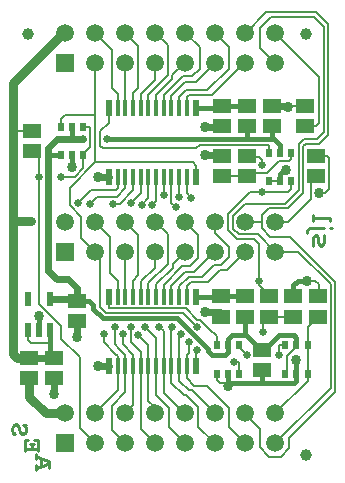
<source format=gbl>
G75*
%MOIN*%
%OFA0B0*%
%FSLAX24Y24*%
%IPPOS*%
%LPD*%
%AMOC8*
5,1,8,0,0,1.08239X$1,22.5*
%
%ADD10R,0.0591X0.0591*%
%ADD11C,0.0591*%
%ADD12R,0.0236X0.0531*%
%ADD13R,0.0157X0.0531*%
%ADD14R,0.0217X0.0472*%
%ADD15R,0.0591X0.0512*%
%ADD16R,0.0217X0.0315*%
%ADD17C,0.0394*%
%ADD18C,0.0100*%
%ADD19C,0.0098*%
%ADD20C,0.0337*%
%ADD21C,0.0236*%
%ADD22C,0.0157*%
%ADD23C,0.0079*%
%ADD24C,0.0258*%
%ADD25C,0.0315*%
D10*
X002370Y002786D03*
X002370Y009164D03*
X002370Y015463D03*
D11*
X002370Y016463D03*
X003370Y016463D03*
X003370Y015463D03*
X004370Y015463D03*
X004370Y016463D03*
X005370Y016463D03*
X005370Y015463D03*
X006370Y015463D03*
X006370Y016463D03*
X007370Y016463D03*
X007370Y015463D03*
X008370Y015463D03*
X008370Y016463D03*
X009370Y016463D03*
X009370Y015463D03*
X009370Y010164D03*
X009370Y009164D03*
X008370Y009164D03*
X008370Y010164D03*
X007370Y010164D03*
X007370Y009164D03*
X006370Y009164D03*
X006370Y010164D03*
X005370Y010164D03*
X005370Y009164D03*
X004370Y009164D03*
X004370Y010164D03*
X003370Y010164D03*
X003370Y009164D03*
X002370Y010164D03*
X002370Y003786D03*
X003370Y003786D03*
X003370Y002786D03*
X004370Y002786D03*
X004370Y003786D03*
X005370Y003786D03*
X005370Y002786D03*
X006370Y002786D03*
X006370Y003786D03*
X007370Y003786D03*
X007370Y002786D03*
X008370Y002786D03*
X008370Y003786D03*
X009370Y003786D03*
X009370Y002786D03*
D12*
X006726Y005363D03*
X006726Y007666D03*
X006726Y011662D03*
X006726Y013965D03*
X003833Y013965D03*
X003833Y011662D03*
X003833Y007666D03*
X003833Y005363D03*
D13*
X004128Y005363D03*
X004384Y005363D03*
X004640Y005363D03*
X004896Y005363D03*
X005152Y005363D03*
X005407Y005363D03*
X005663Y005363D03*
X005919Y005363D03*
X006175Y005363D03*
X006431Y005363D03*
X006431Y007666D03*
X006175Y007666D03*
X005919Y007666D03*
X005663Y007666D03*
X005407Y007666D03*
X005152Y007666D03*
X004896Y007666D03*
X004640Y007666D03*
X004384Y007666D03*
X004128Y007666D03*
X004128Y011662D03*
X004384Y011662D03*
X004640Y011662D03*
X004896Y011662D03*
X005152Y011662D03*
X005407Y011662D03*
X005663Y011662D03*
X005919Y011662D03*
X006175Y011662D03*
X006431Y011662D03*
X006431Y013965D03*
X006175Y013965D03*
X005919Y013965D03*
X005663Y013965D03*
X005407Y013965D03*
X005152Y013965D03*
X004896Y013965D03*
X004640Y013965D03*
X004384Y013965D03*
X004128Y013965D03*
D14*
X001874Y007578D03*
X001874Y006554D03*
X001500Y006554D03*
X001126Y006554D03*
X001126Y007578D03*
D15*
X001185Y005629D03*
X001185Y004959D03*
X002012Y004959D03*
X002012Y005629D03*
X002760Y006849D03*
X002760Y007518D03*
X001264Y012518D03*
X001264Y013188D03*
X007602Y013345D03*
X007602Y014015D03*
X008429Y014015D03*
X008429Y013345D03*
X008429Y012361D03*
X008429Y011692D03*
X007602Y011692D03*
X007602Y012361D03*
X009256Y013345D03*
X009256Y014015D03*
X010358Y014015D03*
X010358Y013345D03*
X010752Y012361D03*
X010752Y011692D03*
X010791Y007676D03*
X010791Y007007D03*
X009984Y007007D03*
X009984Y007676D03*
X009177Y007676D03*
X009177Y007007D03*
X008941Y005904D03*
X008941Y005235D03*
X008370Y007007D03*
X008370Y007676D03*
X007563Y007676D03*
X007563Y007007D03*
D16*
X007425Y006042D03*
X007799Y006042D03*
X008173Y006042D03*
X008173Y005097D03*
X007799Y005097D03*
X007425Y005097D03*
X009709Y005097D03*
X010083Y005097D03*
X010457Y005097D03*
X010457Y006042D03*
X010083Y006042D03*
X009709Y006042D03*
X009531Y011515D03*
X009157Y011515D03*
X009157Y012459D03*
X009531Y012459D03*
X009906Y012459D03*
X009906Y011515D03*
X002976Y012381D03*
X002602Y012381D03*
X002228Y012381D03*
X002228Y013326D03*
X002602Y013326D03*
X002976Y013326D03*
D17*
X001146Y016436D03*
X010398Y016436D03*
X010398Y002381D03*
D18*
X010628Y009365D02*
X010628Y009645D01*
X010721Y009738D01*
X010814Y009645D01*
X010814Y009458D01*
X010908Y009365D01*
X011001Y009458D01*
X011001Y009738D01*
X011001Y009970D02*
X010534Y009970D01*
X010441Y009877D01*
X010441Y009783D01*
X010628Y010202D02*
X010628Y010389D01*
X010628Y010295D02*
X011187Y010295D01*
X011187Y010202D01*
X011187Y009970D02*
X011281Y009970D01*
D19*
X001401Y002056D02*
X001401Y001891D01*
X001555Y002045D02*
X001555Y002243D01*
X001467Y002518D02*
X001467Y002903D01*
X001346Y002903D01*
X001324Y002771D02*
X001258Y002771D01*
X001258Y002622D01*
X001258Y002771D02*
X001192Y002771D01*
X001148Y002903D02*
X001027Y002903D01*
X001027Y002518D01*
X001060Y002595D02*
X001445Y002595D01*
X001401Y002416D02*
X001401Y002243D01*
X001840Y002177D02*
X001840Y001957D01*
X000972Y003105D02*
X000955Y003103D01*
X000938Y003104D01*
X000922Y003108D01*
X000906Y003115D01*
X000892Y003124D01*
X000880Y003136D01*
X000870Y003151D01*
X000863Y003166D01*
X000983Y003101D02*
X001004Y003111D01*
X001023Y003124D01*
X001041Y003140D01*
X001055Y003158D01*
X001067Y003178D01*
X001076Y003200D01*
X001081Y003222D01*
X001083Y003246D01*
X001081Y003269D01*
X001076Y003292D01*
X001067Y003314D01*
X001056Y003334D01*
X001041Y003352D01*
X001024Y003368D01*
X001004Y003381D01*
X000983Y003391D01*
X000961Y003397D01*
X001060Y003397D01*
X000664Y003386D02*
X000647Y003367D01*
X000633Y003346D01*
X000622Y003323D01*
X000613Y003298D01*
X000609Y003273D01*
X000607Y003247D01*
X000609Y003222D01*
X000614Y003197D01*
X000623Y003172D01*
X000635Y003149D01*
X000649Y003128D01*
X000667Y003109D01*
X000686Y003093D01*
X000708Y003079D01*
X000708Y003078D02*
X000620Y003078D01*
X000664Y003387D02*
X000678Y003399D01*
X000693Y003408D01*
X000710Y003413D01*
X000728Y003415D01*
X000746Y003413D01*
X000763Y003407D01*
X000778Y003398D01*
X000791Y003385D01*
X000801Y003370D01*
X000807Y003354D01*
X000808Y003350D02*
X000828Y003294D01*
X000845Y003238D01*
X000859Y003180D01*
X001405Y002349D02*
X001547Y002290D01*
X001691Y002234D01*
X001835Y002181D01*
X001823Y002110D02*
X001686Y002054D01*
X001549Y002000D01*
X001410Y001948D01*
D20*
X002012Y004428D03*
X002760Y006318D03*
X003469Y005373D03*
X001500Y007026D03*
X003469Y011672D03*
X002602Y011987D03*
X007051Y012381D03*
X007051Y013326D03*
X009807Y013995D03*
X009728Y011908D03*
X010831Y011121D03*
X010437Y008207D03*
X010083Y005570D03*
X007799Y004704D03*
X007031Y007144D03*
D21*
X007524Y007144D01*
X007524Y007007D01*
X007563Y007007D01*
X007602Y012361D02*
X007602Y012381D01*
X007051Y012381D01*
X007051Y013326D02*
X007602Y013326D01*
X007602Y013345D01*
X009256Y014015D02*
X009807Y014015D01*
X009807Y013995D01*
X003833Y011672D02*
X003469Y011672D01*
X003833Y011662D02*
X003833Y011672D01*
X002957Y012932D02*
X002602Y012932D01*
X002115Y012932D01*
X001815Y012632D01*
X001815Y012381D01*
X001815Y008533D01*
X002102Y008247D01*
X002460Y008247D01*
X002760Y007947D01*
X002760Y007518D01*
X002760Y007578D01*
X001874Y007578D01*
X002760Y006849D02*
X002760Y006318D01*
X002012Y005629D02*
X001185Y005629D01*
X002012Y004959D02*
X002012Y004428D01*
X003469Y005363D02*
X003469Y005373D01*
X003469Y005363D02*
X003833Y005363D01*
D22*
X003637Y006948D02*
X006118Y006948D01*
X007130Y005935D01*
X007130Y005852D01*
X007254Y005727D01*
X007711Y005727D01*
X007799Y005815D01*
X007799Y006042D01*
X007799Y006272D01*
X007924Y006396D01*
X008370Y006396D01*
X008410Y006396D01*
X008744Y006062D01*
X008744Y005904D01*
X008941Y005904D01*
X008941Y005924D01*
X009020Y005924D01*
X009492Y006396D01*
X009995Y006396D01*
X010083Y006308D01*
X010083Y006042D01*
X010083Y005570D02*
X010083Y005097D01*
X010083Y004861D01*
X010004Y004782D01*
X008941Y004782D01*
X007799Y004782D01*
X007799Y005097D01*
X008370Y006396D02*
X008370Y007007D01*
X008370Y007676D02*
X007563Y007676D01*
X007563Y007666D01*
X006726Y007666D01*
X008941Y005235D02*
X008941Y004782D01*
X009984Y007676D02*
X009984Y008064D01*
X010128Y008207D01*
X010437Y008207D01*
X009531Y011515D02*
X009531Y011766D01*
X009673Y011908D01*
X009728Y011908D01*
X009531Y012459D02*
X009531Y012735D01*
X009335Y012932D01*
X009256Y012932D01*
X008429Y012932D01*
X003783Y012932D01*
X002602Y012932D02*
X002602Y013326D01*
X002602Y012381D02*
X002602Y011987D01*
X002228Y012381D02*
X001815Y012381D01*
X002760Y007518D02*
X003185Y007518D01*
X003311Y007392D01*
X003311Y007274D01*
X003637Y006948D01*
X002012Y005629D02*
X001874Y005629D01*
X001874Y006121D01*
X001874Y006554D01*
X001500Y006554D02*
X001500Y007026D01*
X006726Y013965D02*
X007602Y013965D01*
X007602Y014015D01*
X008429Y014015D01*
X008429Y013345D02*
X008429Y012932D01*
X009256Y012932D02*
X009256Y013345D01*
X007602Y014005D02*
X007602Y014015D01*
D23*
X007276Y014389D02*
X008350Y015463D01*
X008370Y015463D01*
X008862Y015971D02*
X008862Y016624D01*
X009225Y016987D01*
X010671Y016987D01*
X010988Y016670D01*
X010988Y013161D01*
X010759Y012932D01*
X010324Y012932D01*
X010161Y012770D01*
X010161Y011215D01*
X009713Y010767D01*
X008368Y010767D01*
X007957Y010355D01*
X007957Y009940D01*
X008154Y009743D01*
X008791Y009743D01*
X009370Y009164D01*
X010138Y009164D01*
X011224Y008078D01*
X011224Y004641D01*
X009370Y002786D01*
X009180Y002341D02*
X008862Y002659D01*
X008862Y003267D01*
X008370Y003759D01*
X008370Y003786D01*
X007839Y003961D02*
X007839Y003318D01*
X008370Y002786D01*
X007839Y003961D02*
X007096Y004704D01*
X006676Y004704D01*
X006431Y004948D01*
X006431Y005363D01*
X006431Y005727D01*
X006500Y005796D01*
X006500Y006160D01*
X006776Y005885D02*
X006726Y005835D01*
X006726Y005363D01*
X006175Y004872D02*
X006501Y004546D01*
X006610Y004546D01*
X007370Y003786D01*
X006815Y003978D02*
X006815Y003341D01*
X007370Y002786D01*
X006815Y003978D02*
X006404Y004389D01*
X006330Y004389D01*
X005919Y004800D01*
X005919Y005363D01*
X005919Y006672D01*
X005949Y006672D01*
X005663Y006524D02*
X005516Y006672D01*
X005663Y006524D02*
X005663Y005363D01*
X005663Y004465D01*
X006343Y003786D01*
X006370Y003786D01*
X005831Y003974D02*
X005831Y003326D01*
X006370Y002786D01*
X005831Y003974D02*
X005407Y004397D01*
X005407Y005363D01*
X005407Y006308D01*
X005043Y006672D01*
X004807Y006396D02*
X005152Y006052D01*
X005152Y005363D01*
X005152Y004192D01*
X005358Y003985D01*
X005358Y003786D01*
X005370Y003786D01*
X004896Y003261D02*
X005370Y002786D01*
X004896Y003261D02*
X004896Y005363D01*
X004896Y005835D01*
X004571Y006160D01*
X004571Y006672D01*
X004295Y006436D02*
X004295Y006081D01*
X004640Y005737D01*
X004640Y005363D01*
X004640Y004056D01*
X004370Y003786D01*
X003941Y004041D02*
X004384Y004484D01*
X004384Y005363D01*
X004384Y005721D01*
X004181Y005924D01*
X004020Y006085D01*
X004020Y006672D01*
X003665Y006436D02*
X003665Y006150D01*
X004049Y005767D01*
X004128Y005687D01*
X004128Y005363D01*
X004128Y004544D01*
X003370Y003786D01*
X002878Y003278D02*
X003370Y002786D01*
X002878Y003278D02*
X002878Y005642D01*
X002248Y006272D01*
X002248Y006687D01*
X001500Y007435D01*
X001500Y011672D01*
X001500Y012518D01*
X001264Y012518D01*
X001264Y013188D02*
X000634Y013188D01*
X000634Y013247D01*
X002228Y013326D02*
X002228Y013593D01*
X002354Y013719D01*
X003370Y013719D01*
X003370Y013680D01*
X003370Y012144D01*
X006622Y012144D01*
X006726Y012040D01*
X006726Y011662D01*
X006431Y011662D02*
X006431Y011111D01*
X006579Y010963D01*
X006185Y011003D02*
X006175Y011003D01*
X006175Y011662D01*
X005919Y011662D02*
X005919Y010796D01*
X006067Y010648D01*
X005673Y011042D02*
X005663Y011042D01*
X005663Y011662D01*
X005407Y011662D02*
X005407Y010855D01*
X005280Y010727D01*
X005152Y010954D02*
X004925Y010727D01*
X005152Y010954D02*
X005152Y011662D01*
X004896Y011662D02*
X004896Y011131D01*
X004571Y010806D01*
X004189Y010767D02*
X004640Y011217D01*
X004640Y011662D01*
X004384Y011662D02*
X004384Y011291D01*
X004096Y011003D01*
X003429Y011003D01*
X003193Y010767D01*
X002799Y010806D02*
X003232Y011239D01*
X004059Y011239D01*
X004128Y011308D01*
X004128Y011662D01*
X004189Y010767D02*
X003980Y010767D01*
X004370Y010164D02*
X004807Y009727D01*
X004807Y008375D01*
X004640Y008207D01*
X004640Y007666D01*
X004896Y007666D02*
X004896Y008178D01*
X005358Y008641D01*
X005358Y009164D01*
X005370Y009164D01*
X005791Y008768D02*
X005791Y009743D01*
X005370Y010164D01*
X006370Y009164D02*
X005965Y008759D01*
X005965Y008641D01*
X005407Y008083D01*
X005407Y007666D01*
X005663Y007666D02*
X005663Y008060D01*
X006283Y008680D01*
X006528Y008680D01*
X006815Y008967D01*
X006815Y009719D01*
X006370Y010164D01*
X005791Y008768D02*
X005152Y008129D01*
X005152Y007666D01*
X004384Y007666D02*
X004384Y009164D01*
X004370Y009164D01*
X003862Y008473D02*
X004128Y008207D01*
X004128Y007666D01*
X003833Y007666D02*
X003823Y007666D01*
X003823Y007282D01*
X006402Y007282D01*
X006776Y006908D01*
X006869Y006908D01*
X007169Y006608D01*
X007425Y006353D01*
X007425Y006042D01*
X007996Y005491D02*
X008173Y005491D01*
X008173Y005097D01*
X007799Y004782D02*
X007524Y004782D01*
X007425Y004881D01*
X007425Y005097D01*
X008173Y005983D02*
X008173Y006042D01*
X008173Y005983D02*
X008429Y005727D01*
X008980Y006475D02*
X008980Y007007D01*
X009177Y007007D01*
X009984Y007007D01*
X010457Y006672D02*
X010791Y007007D01*
X010457Y006672D02*
X010457Y006042D01*
X010457Y005097D01*
X010457Y004873D01*
X009370Y003786D01*
X009846Y002971D02*
X009846Y002620D01*
X009568Y002341D01*
X009180Y002341D01*
X009846Y002971D02*
X011382Y004507D01*
X011382Y008168D01*
X009885Y009664D01*
X009219Y009664D01*
X008941Y009943D01*
X008941Y010164D01*
X008370Y010164D01*
X007799Y009885D02*
X008099Y009585D01*
X008656Y009585D01*
X008823Y009418D01*
X008823Y008207D01*
X008823Y008056D01*
X009203Y007676D01*
X009177Y007676D01*
X007768Y008562D02*
X008370Y009164D01*
X007839Y009317D02*
X007839Y008995D01*
X007563Y008719D01*
X007327Y008719D01*
X006933Y008326D01*
X006490Y008326D01*
X006175Y008010D01*
X006175Y007666D01*
X005919Y007666D02*
X005919Y008031D01*
X006371Y008483D01*
X006669Y008483D01*
X007350Y009164D01*
X007370Y009164D01*
X007524Y008562D02*
X007768Y008562D01*
X007524Y008562D02*
X007130Y008168D01*
X006584Y008168D01*
X006431Y008015D01*
X006431Y007666D01*
X006313Y007135D02*
X003747Y007135D01*
X003547Y007335D01*
X003547Y008987D01*
X003370Y009164D01*
X002917Y009617D01*
X002917Y010318D01*
X002524Y010712D01*
X002524Y011298D01*
X003370Y012144D01*
X002976Y011954D02*
X002695Y011672D01*
X002248Y011672D01*
X002976Y011954D02*
X002976Y012381D01*
X002996Y012381D01*
X002996Y012459D01*
X003193Y012656D01*
X003193Y013286D01*
X003154Y013326D01*
X002976Y013326D01*
X003370Y013719D02*
X003370Y015463D01*
X003941Y015893D02*
X003370Y016463D01*
X003941Y015893D02*
X003941Y014615D01*
X004128Y014428D01*
X004128Y013965D01*
X004384Y013965D02*
X004384Y015463D01*
X004370Y015463D01*
X004807Y016026D02*
X004807Y014625D01*
X004640Y014457D01*
X004640Y013965D01*
X004896Y013965D02*
X004896Y014425D01*
X005358Y014888D01*
X005358Y015463D01*
X005370Y015463D01*
X005791Y015044D02*
X005791Y016042D01*
X005370Y016463D01*
X004807Y016026D02*
X004370Y016463D01*
X005791Y015044D02*
X005152Y014405D01*
X005152Y013965D01*
X005407Y013965D02*
X005407Y014398D01*
X005949Y014940D01*
X005949Y015042D01*
X006370Y015463D01*
X006305Y015018D02*
X006605Y015018D01*
X006854Y015267D01*
X006854Y015979D01*
X006370Y016463D01*
X006305Y015018D02*
X005663Y014377D01*
X005663Y013965D01*
X005919Y013965D02*
X005919Y014349D01*
X006382Y014812D01*
X006382Y014822D01*
X006724Y014822D01*
X007366Y015463D01*
X007370Y015463D01*
X007839Y015269D02*
X007839Y015995D01*
X007370Y016463D01*
X007839Y015269D02*
X007116Y014546D01*
X006386Y014546D01*
X006175Y014336D01*
X006175Y013965D01*
X006431Y013965D02*
X006431Y014320D01*
X006500Y014389D01*
X007276Y014389D01*
X006854Y012735D02*
X006736Y012617D01*
X003632Y012617D01*
X003547Y012702D01*
X003547Y013189D01*
X003833Y013474D01*
X003833Y013965D01*
X002370Y016463D02*
X002370Y016475D01*
X003370Y010164D02*
X003862Y009672D01*
X003862Y008473D01*
X001874Y006121D02*
X001234Y006121D01*
X001146Y006209D01*
X001146Y006554D01*
X001126Y006554D01*
X003941Y004041D02*
X003941Y003215D01*
X004370Y002786D01*
X006175Y004872D02*
X006175Y005363D01*
X006175Y006436D01*
X006224Y006436D01*
X006776Y006672D02*
X006313Y007135D01*
X007839Y009317D02*
X007366Y009790D01*
X007366Y010164D01*
X007370Y010164D01*
X007799Y010436D02*
X007799Y009885D01*
X007799Y010436D02*
X008523Y011160D01*
X008941Y011160D01*
X009800Y011160D01*
X009906Y011266D01*
X009906Y011515D01*
X009531Y011515D02*
X009157Y011515D01*
X009114Y011790D02*
X009507Y012184D01*
X009835Y012184D01*
X009906Y012255D01*
X009906Y012459D01*
X010319Y012686D02*
X010319Y011137D01*
X009791Y010609D01*
X009153Y010609D01*
X008941Y010397D01*
X008941Y010164D01*
X009370Y010164D02*
X009790Y010164D01*
X010555Y010930D01*
X010555Y011692D01*
X010752Y011692D01*
X010831Y011121D02*
X011043Y011121D01*
X011185Y011263D01*
X011185Y012290D01*
X011114Y012361D01*
X010752Y012361D01*
X010846Y012774D02*
X010407Y012774D01*
X010319Y012686D01*
X010358Y013345D02*
X010732Y013345D01*
X010831Y013444D01*
X010831Y015003D01*
X010583Y015251D01*
X009370Y016463D01*
X009071Y017144D02*
X010752Y017144D01*
X011146Y016751D01*
X011146Y013074D01*
X010846Y012774D01*
X010358Y014015D02*
X009807Y014015D01*
X009121Y012735D02*
X006854Y012735D01*
X007602Y011692D02*
X008429Y011692D01*
X008587Y011692D01*
X008685Y011790D01*
X009114Y011790D01*
X008941Y012066D02*
X008941Y012230D01*
X008830Y012341D01*
X008429Y012341D01*
X008429Y012361D01*
X008587Y011692D02*
X008587Y011554D01*
X009157Y012459D02*
X009177Y012459D01*
X009177Y012679D01*
X009121Y012735D01*
X009370Y015463D02*
X008862Y015971D01*
X008390Y016463D02*
X009071Y017144D01*
X008390Y016463D02*
X008370Y016463D01*
X010437Y008207D02*
X010706Y008207D01*
X010831Y008083D01*
X010831Y007676D01*
X010791Y007676D01*
X010083Y006042D02*
X010083Y005996D01*
X009768Y005681D01*
X009768Y005097D01*
X009709Y005097D01*
X009492Y005727D02*
X009492Y006042D01*
X009709Y006042D01*
D24*
X009492Y005727D03*
X008980Y006475D03*
X008429Y005727D03*
X007996Y005491D03*
X006776Y005885D03*
X006500Y006160D03*
X006224Y006436D03*
X005949Y006672D03*
X005516Y006672D03*
X005043Y006672D03*
X004807Y006396D03*
X004571Y006672D03*
X004295Y006436D03*
X004020Y006672D03*
X003665Y006436D03*
X003980Y010767D03*
X004571Y010806D03*
X004925Y010727D03*
X005280Y010727D03*
X005673Y011042D03*
X006067Y010648D03*
X006185Y011003D03*
X006579Y010963D03*
X008823Y008207D03*
X008941Y011160D03*
X008941Y012066D03*
X006776Y006672D03*
X003193Y010767D03*
X002799Y010806D03*
X002248Y011672D03*
X002957Y012932D03*
X003783Y012932D03*
X001500Y011672D03*
X001224Y010176D03*
D25*
X000634Y010176D01*
X000634Y013247D01*
X000634Y014792D01*
X002305Y016463D01*
X002370Y016463D01*
X000634Y010176D02*
X000634Y005772D01*
X000777Y005629D01*
X001185Y005629D01*
X001185Y004959D02*
X001185Y004324D01*
X001723Y003786D01*
X002370Y003786D01*
M02*

</source>
